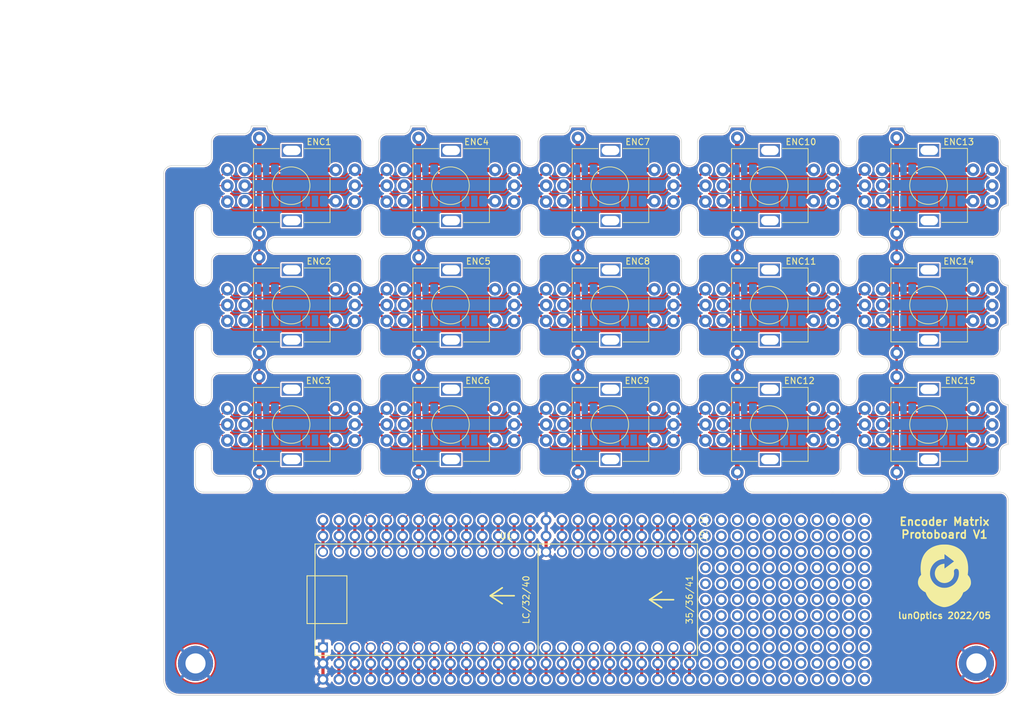
<source format=kicad_pcb>
(kicad_pcb (version 20211014) (generator pcbnew)
  (layers (0 "F.Cu" signal) (31 "B.Cu" signal) (34 "B.Paste" user) (35 "F.Paste" user) (36 "B.SilkS" user "B.Silkscreen") (37 "F.SilkS" user "F.Silkscreen") (38 "B.Mask" user) (39 "F.Mask" user) (44 "Edge.Cuts" user))
  (net 0 "")
  (net 1 "Net-(ENC1-PadA2)")
  (net 2 "Net-(ENC1-PadB2)")
  (net 4 "Net-(ENC1-PadC2)")
  (net 5 "Net-(ENC1-PadS2)")
  (net 6 "Net-(ENC5-PadA2)")
  (net 7 "Net-(ENC2-PadC2)")
  (net 8 "Net-(ENC5-PadB2)")
  (net 9 "Net-(ENC3-PadA2)")
  (net 10 "Net-(ENC3-PadB2)")
  (net 11 "Net-(ENC3-PadS2)")
  (net 13 "Net-(ENC4-PadC2)")
  (net 14 "Net-(ENC6-PadA2)")
  (net 15 "Net-(ENC6-PadB2)")
  (net 16 "Net-(ENC5-PadC2)")
  (net 17 "Net-(ENC6-PadS2)")
  (net 18 "Net-(ENC11-PadA2)")
  (net 19 "Net-(ENC11-PadB2)")
  (net 20 "Net-(ENC11-PadC2)")
  (net 21 "Net-(ENC11-PadS2)")
  (net 22 "Net-(ENC5-PadS2)")
  (net 23 "/C1")
  (net 25 "Net-(ENC13-PadC2)")
  (net 26 "Net-(ENC7-PadC2)")
  (net 27 "Net-(ENC14-PadC2)")
  (net 28 "/SR0")
  (net 29 "/BR0")
  (net 30 "/AR0")
  (net 31 "/AR1")
  (net 32 "/BR1")
  (net 33 "/SR1")
  (net 34 "/AR3")
  (net 35 "/BR3")
  (net 36 "/SR3")
  (net 37 "Net-(ENC11-PadA1)")
  (net 38 "Net-(ENC2-PadS2)")
  (net 39 "Net-(ENC2-PadB2)")
  (net 40 "Net-(ENC2-PadA2)")
  (net 41 "Net-(ENC4-PadA2)")
  (net 42 "Net-(ENC4-PadB2)")
  (net 43 "Net-(ENC4-PadS2)")
  (net 44 "Net-(ENC11-PadB1)")
  (net 45 "Net-(ENC8-PadC2)")
  (net 46 "Net-(ENC11-PadS1)")
  (net 47 "Net-(ENC12-PadA1)")
  (net 48 "Net-(ENC12-PadB1)")
  (net 49 "/C2")
  (net 50 "Net-(ENC12-PadS1)")
  (net 51 "Net-(ENC10-PadA2)")
  (net 52 "Net-(ENC10-PadB2)")
  (net 54 "Net-(ENC10-PadS2)")
  (net 55 "/C3")
  (net 56 "Net-(ENC10-PadA1)")
  (net 57 "Net-(ENC10-PadB1)")
  (net 59 "Net-(ENC10-PadS1)")
  (net 62 "Net-(ENC10-PadC2)")
  (net 64 "Net-(ENC12-PadA2)")
  (net 65 "Net-(ENC12-PadB2)")
  (net 66 "Net-(ENC12-PadS2)")
  (net 72 "/C4")
  (net 74 "GND")
  (net 75 "/C0")
  (net 76 "Net-(J1-Pad1)")
  (net 77 "Net-(J1-Pad2)")
  (net 78 "Net-(J1-Pad3)")
  (net 79 "Net-(J1-Pad4)")
  (net 80 "Net-(J1-Pad5)")
  (net 81 "Net-(J1-Pad6)")
  (net 82 "Net-(J1-Pad7)")
  (net 83 "Net-(J1-Pad8)")
  (net 84 "Net-(J1-Pad9)")
  (net 85 "Net-(J1-Pad11)")
  (net 86 "Net-(J1-Pad12)")
  (net 87 "Net-(J1-Pad13)")
  (net 88 "Net-(J1-Pad14)")
  (net 89 "Net-(J1-Pad15)")
  (net 90 "Net-(J1-Pad16)")
  (net 91 "Net-(J1-Pad22)")
  (net 92 "Net-(J1-Pad23)")
  (net 93 "Net-(J1-Pad24)")
  (net 94 "Net-(J3-Pad2)")
  (net 95 "Net-(J3-Pad3)")
  (net 96 "Net-(J3-Pad13)")
  (net 97 "Net-(J3-Pad14)")
  (net 98 "Net-(J3-Pad15)")
  (net 99 "Net-(J3-Pad16)")
  (net 100 "Net-(J3-Pad17)")
  (net 101 "Net-(J3-Pad18)")
  (net 102 "Net-(J3-Pad19)")
  (net 103 "Net-(J3-Pad20)")
  (net 104 "Net-(J3-Pad21)")
  (net 105 "Net-(J3-Pad22)")
  (net 106 "Net-(J3-Pad23)")
  (net 107 "Net-(J3-Pad24)")
  (footprint "Encoder:MatrixEncoder EC11" (layer "F.Cu") (at -596.9 -114.3)
    (fp_text reference "ENC4")
    (fp_text value "RotaryEncoder_Switch_Matrix" hide)
  )
  (footprint "footprints:Proto_11" (layer "F.Cu") (at -548.64 -60.96)
    (fp_text reference "REF**" hide)
    (fp_text value "Proto_11" hide)
  )
  (footprint "Encoder:MatrixEncoder EC11" (layer "F.Cu") (at -546.1 -114.3)
    (fp_text reference "ENC10")
    (fp_text value "RotaryEncoder_Switch_Matrix" hide)
  )
  (footprint "footprints:Proto_11" (layer "F.Cu") (at -541.02 -60.96)
    (fp_text reference "REF**" hide)
    (fp_text value "Proto_11" hide)
  )
  (footprint "MountingHole:MountingHole_3.2mm_M3_DIN965_Pad_TopBottom" (layer "F.Cu") (at -637.54 -38.1)
    (fp_text reference "REF**" hide)
    (fp_text value "MountingHole_3.2mm_M3_DIN965_Pad_TopBottom" hide)
  )
  (footprint "footprints:Proto_11" (layer "F.Cu") (at -556.26 -60.96)
    (fp_text reference "REF**" hide)
    (fp_text value "Proto_11" hide)
  )
  (footprint "Encoder:MatrixEncoder EC11" (layer "F.Cu") (at -571.5 -114.3)
    (fp_text reference "ENC7")
    (fp_text value "RotaryEncoder_Switch_Matrix" hide)
  )
  (footprint "footprints:PinHeader_1x24_P2.54mm_Vertical" (layer "F.Cu") (at -558.8 -58.42 -90)
    (fp_text reference "J2")
    (fp_text value "Conn_01x24" hide)
  )
  (footprint "footprints:Proto_11" (layer "F.Cu") (at -533.4 -60.96)
    (fp_text reference "REF**" hide)
    (fp_text value "Proto_11" hide)
  )
  (footprint "Encoder:MatrixEncoder EC11" (layer "F.Cu") (at -622.3 -114.3)
    (fp_text reference "ENC1")
    (fp_text value "RotaryEncoder_Switch_Matrix" hide)
  )
  (footprint "footprints:Proto_11" (layer "F.Cu") (at -535.94 -60.96)
    (fp_text reference "REF**" hide)
    (fp_text value "Proto_11" hide)
  )
  (footprint "Encoder:MatrixEncoder EC11" (layer "F.Cu") (at -520.7 -76.2)
    (fp_text reference "ENC15")
    (fp_text value "RotaryEncoder_Switch_Matrix" hide)
  )
  (footprint "footprints:Proto_11" (layer "F.Cu") (at -551.18 -60.96)
    (fp_text reference "REF**" hide)
    (fp_text value "Proto_11" hide)
  )
  (footprint "Encoder:MatrixEncoder EC11" (layer "F.Cu") (at -571.5 -95.25)
    (fp_text reference "ENC8")
    (fp_text value "RotaryEncoder_Switch_Matrix" hide)
  )
  (footprint "footprints:Proto_11" (layer "F.Cu") (at -553.72 -60.96)
    (fp_text reference "REF**" hide)
    (fp_text value "Proto_11" hide)
  )
  (footprint "Encoder:MatrixEncoder EC11" (layer "F.Cu") (at -596.9 -76.2)
    (fp_text reference "ENC6")
    (fp_text value "RotaryEncoder_Switch_Matrix" hide)
  )
  (footprint "Encoder:MatrixEncoder EC11" (layer "F.Cu") (at -520.7 -95.25)
    (fp_text reference "ENC14")
    (fp_text value "RotaryEncoder_Switch_Matrix" hide)
  )
  (footprint "MountingHole:MountingHole_3.2mm_M3_DIN965_Pad_TopBottom" (layer "F.Cu") (at -513.08 -38.1)
    (fp_text reference "REF**" hide)
    (fp_text value "MountingHole_3.2mm_M3_DIN965_Pad_TopBottom" hide)
  )
  (footprint "Encoder:MatrixEncoder EC11" (layer "F.Cu") (at -596.9 -95.25)
    (fp_text reference "ENC5")
    (fp_text value "RotaryEncoder_Switch_Matrix" hide)
  )
  (footprint "Encoder:MatrixEncoder EC11" (layer "F.Cu") (at -520.7 -114.31999)
    (fp_text reference "ENC13")
    (fp_text value "RotaryEncoder_Switch_Matrix" hide)
  )
  (footprint "Encoder:MatrixEncoder EC11" (layer "F.Cu") (at -571.5 -76.2)
    (fp_text reference "ENC9")
    (fp_text value "RotaryEncoder_Switch_Matrix" hide)
  )
  (footprint "Logo:logo10mm" (layer "F.Cu") (at -518.16 -52.07)
    (fp_text reference "G***" hide)
    (fp_text value "LOGO" hide)
  )
  (footprint "Encoder:MatrixEncoder EC11" (layer "F.Cu") (at -546.1 -76.2)
    (fp_text reference "ENC12")
    (fp_text value "RotaryEncoder_Switch_Matrix" hide)
  )
  (footprint "Encoder:MatrixEncoder EC11" (layer "F.Cu") (at -546.1 -95.25)
    (fp_text reference "ENC11")
    (fp_text value "RotaryEncoder_Switch_Matrix" hide)
  )
  (footprint "footprints:Proto_11" (layer "F.Cu") (at -530.86 -60.96)
    (fp_text reference "REF**" hide)
    (fp_text value "Proto_11" hide)
  )
  (footprint "footprints:PinHeader_1x24_P2.54mm_Vertical" (layer "F.Cu") (at -558.8 -60.96 -90)
    (fp_text reference "J1")
    (fp_text value "Conn_01x24" hide)
  )
  (footprint "Encoder:MatrixEncoder EC11" (layer "F.Cu") (at -622.3 -95.25)
    (fp_text reference "ENC2")
    (fp_text value "RotaryEncoder_Switch_Matrix" hide)
  )
  (footprint "teensy:Teensy41" (layer "F.Cu") (at -588.01 -48.26)
    (fp_text reference "U1")
    (fp_text value "Teensy4.1" hide)
  )
  (footprint "footprints:PinHeader_1x24_P2.54mm_Vertical" (layer "F.Cu") (at -617.22 -38.1 90)
    (fp_text reference "J3" hide)
    (fp_text value "Conn_01x24" hide)
  )
  (footprint "footprints:Proto_11" (layer "F.Cu") (at -538.48 -60.96)
    (fp_text reference "REF**" hide)
    (fp_text value "Proto_11" hide)
  )
  (footprint "Encoder:MatrixEncoder EC11" (layer "F.Cu") (at -622.3 -76.2)
    (fp_text reference "ENC3")
    (fp_text value "RotaryEncoder_Switch_Matrix" hide)
  )
  (footprint "footprints:PinHeader_1x24_P2.54mm_Vertical" (layer "F.Cu") (at -617.22 -35.56 90)
    (fp_text reference "J4" hide)
    (fp_text value "Conn_01x24" hide)
  )
  (footprint "footprints:Proto_11" (layer "F.Cu") (at -546.1 -60.96)
    (fp_text reference "REF**" hide)
    (fp_text value "Proto_11" hide)
  )
  (footprint "footprints:Proto_11" (layer "F.Cu") (at -543.56 -60.96)
    (fp_text reference "REF**" hide)
    (fp_text value "Proto_11" hide)
  )
  (gr_line (start -563.245 -49.53) (end -565.15 -48.26) (layer "F.SilkS") (width 0.15))
  (gr_line (start -561.34 -48.26) (end -565.15 -48.26) (layer "F.SilkS") (width 0.254))
  (gr_line (start -590.55 -48.895) (end -588.645 -47.625) (layer "F.SilkS") (width 0.254))
  (gr_line (start -565.15 -48.26) (end -563.245 -46.99) (layer "F.SilkS") (width 0.254))
  (gr_line (start -582.93 -57.15) (end -582.93 -39.37) (layer "F.SilkS") (width 0.15))
  (gr_line (start -565.15 -48.26) (end -563.245 -49.53) (layer "F.SilkS") (width 0.254))
  (gr_line (start -590.55 -48.895) (end -588.645 -50.165) (layer "F.SilkS") (width 0.254))
  (gr_line (start -586.74 -48.895) (end -590.55 -48.895) (layer "F.SilkS") (width 0.254))
  (gr_line (start -588.645 -50.165) (end -590.55 -48.895) (layer "F.SilkS") (width 0.15))
  (gr_line (start -508 -79.375) (end -508 -73.025) (layer "Edge.Cuts") (width 0.1))
  (gr_line (start -619.125 -103.505) (end -612.14 -103.505) (layer "Edge.Cuts") (width 0.1))
  (gr_arc (start -599.44 -122.555) (mid -600.338026 -122.926974) (end -600.71 -123.825) (layer "Edge.Cuts") (width 0.1))
  (gr_arc (start -635 -99.695) (mid -635.371974 -98.796974) (end -636.27 -98.425) (layer "Edge.Cuts") (width 0.1))
  (gr_arc (start -604.52 -106.045) (mid -603.25 -104.775) (end -604.52 -103.505) (layer "Edge.Cuts") (width 0.1))
  (gr_arc (start -636.27 -111.125) (mid -635.371974 -110.753026) (end -635 -109.855) (layer "Edge.Cuts") (width 0.1))
  (gr_line (start -635 -83.185) (end -635 -80.645) (layer "Edge.Cuts") (width 0.1))
  (gr_arc (start -610.87 -71.755) (mid -609.6 -73.025) (end -608.33 -71.755) (layer "Edge.Cuts") (width 0.1))
  (gr_line (start -586.74 -106.045) (end -599.44 -106.045) (layer "Edge.Cuts") (width 0.1))
  (gr_line (start -577.85 -123.825) (end -575.31 -123.825) (layer "Edge.Cuts") (width 0.1))
  (gr_arc (start -535.94 -122.555) (mid -535.041974 -122.183026) (end -534.67 -121.285) (layer "Edge.Cuts") (width 0.1))
  (gr_line (start -593.725 -65.405) (end -586.74 -65.405) (layer "Edge.Cuts") (width 0.1))
  (gr_line (start -635 -107.315) (end -635 -109.855) (layer "Edge.Cuts") (width 0.1))
  (gr_line (start -528.955 -103.505) (end -528.32 -103.505) (layer "Edge.Cuts") (width 0.1))
  (gr_line (start -532.13 -83.185) (end -532.13 -80.645) (layer "Edge.Cuts") (width 0.1))
  (gr_line (start -532.13 -107.315) (end -532.13 -109.855) (layer "Edge.Cuts") (width 0.1))
  (gr_line (start -523.24 -67.945) (end -510.54 -67.945) (layer "Edge.Cuts") (width 0.1))
  (gr_arc (start -574.04 -103.505) (mid -575.31 -104.775) (end -574.04 -106.045) (layer "Edge.Cuts") (width 0.1))
  (gr_arc (start -535.94 -84.455) (mid -535.041974 -84.083026) (end -534.67 -83.185) (layer "Edge.Cuts") (width 0.1))
  (gr_line (start -593.725 -84.455) (end -599.44 -84.455) (layer "Edge.Cuts") (width 0.1))
  (gr_line (start -632.46 -122.555) (end -629.92 -122.555) (layer "Edge.Cuts") (width 0.1))
  (gr_line (start -579.755 -103.505) (end -579.12 -103.505) (layer "Edge.Cuts") (width 0.1))
  (gr_line (start -585.47 -83.185) (end -585.47 -80.645) (layer "Edge.Cuts") (width 0.1))
  (gr_line (start -528.32 -106.045) (end -530.86 -106.045) (layer "Edge.Cuts") (width 0.1))
  (gr_line (start -582.93 -102.235) (end -582.93 -99.695) (layer "Edge.Cuts") (width 0.1))
  (gr_line (start -548.64 -122.555) (end -535.94 -122.555) (layer "Edge.Cuts") (width 0.1))
  (gr_line (start -637.54 -90.805) (end -637.54 -80.645) (layer "Edge.Cuts") (width 0.1))
  (gr_arc (start -534.67 -69.215) (mid -535.041974 -68.316974) (end -535.94 -67.945) (layer "Edge.Cuts") (width 0.1))
  (gr_line (start -579.755 -65.405) (end -579.12 -65.405) (layer "Edge.Cuts") (width 0.1))
  (gr_arc (start -509.27 -109.855) (mid -508.898026 -110.753026) (end -508 -111.125) (layer "Edge.Cuts") (width 0.1))
  (gr_arc (start -582.93 -80.645) (mid -584.2 -79.375) (end -585.47 -80.645) (layer "Edge.Cuts") (width 0.1))
  (gr_arc (start -610.87 -69.215) (mid -611.241974 -68.316974) (end -612.14 -67.945) (layer "Edge.Cuts") (width 0.1))
  (gr_line (start -582.93 -88.265) (end -582.93 -90.805) (layer "Edge.Cuts") (width 0.1))
  (gr_line (start -636.27 -65.405) (end -629.92 -65.405) (layer "Edge.Cuts") (width 0.1))
  (gr_line (start -542.925 -103.505) (end -535.94 -103.505) (layer "Edge.Cuts") (width 0.1))
  (gr_line (start -607.06 -103.505) (end -605.155 -103.505) (layer "Edge.Cuts") (width 0.1))
  (gr_line (start -530.86 -122.555) (end -528.32 -122.555) (layer "Edge.Cuts") (width 0.1))
  (gr_arc (start -624.84 -103.505) (mid -626.11 -104.775) (end -624.84 -106.045) (layer "Edge.Cuts") (width 0.1))
  (gr_line (start -636.27 -117.475) (end -641.35 -117.475) (layer "Edge.Cuts") (width 0.1))
  (gr_arc (start -633.73 -106.045) (mid -634.628026 -106.416974) (end -635 -107.315) (layer "Edge.Cuts") (width 0.1))
  (gr_line (start -581.66 -122.555) (end -579.12 -122.555) (layer "Edge.Cuts") (width 0.1))
  (gr_arc (start -532.13 -99.695) (mid -533.4 -98.425) (end -534.67 -99.695) (layer "Edge.Cuts") (width 0.1))
  (gr_arc (start -534.67 -107.315) (mid -535.041974 -106.416974) (end -535.94 -106.045) (layer "Edge.Cuts") (width 0.1))
  (gr_arc (start -535.94 -103.505) (mid -535.041974 -103.133026) (end -534.67 -102.235) (layer "Edge.Cuts") (width 0.1))
  (gr_line (start -535.94 -106.045) (end -548.64 -106.045) (layer "Edge.Cuts") (width 0.1))
  (gr_line (start -509.27 -107.315) (end -509.27 -109.855) (layer "Edge.Cuts") (width 0.1))
  (gr_line (start -579.12 -86.995) (end -581.66 -86.995) (layer "Edge.Cuts") (width 0.1))
  (gr_arc (start -532.13 -83.185) (mid -531.758026 -84.083026) (end -530.86 -84.455) (layer "Edge.Cuts") (width 0.1))
  (gr_arc (start -530.86 -67.945) (mid -531.758026 -68.316974) (end -532.13 -69.215) (layer "Edge.Cuts") (width 0.1))
  (gr_arc (start -636.27 -79.375) (mid -637.168026 -79.746974) (end -637.54 -80.645) (layer "Edge.Cuts") (width 0.1))
  (gr_line (start -528.32 -67.945) (end -530.86 -67.945) (layer "Edge.Cuts") (width 0.1))
  (gr_arc (start -553.72 -67.945) (mid -552.45 -66.675) (end -553.72 -65.405) (layer "Edge.Cuts") (width 0.1))
  (gr_arc (start -624.84 -65.405) (mid -626.11 -66.675) (end -624.84 -67.945) (layer "Edge.Cuts") (width 0.1))
  (gr_arc (start -635 -80.645) (mid -635.371974 -79.746974) (end -636.27 -79.375) (layer "Edge.Cuts") (width 0.1))
  (gr_line (start -528.955 -84.455) (end -528.32 -84.455) (layer "Edge.Cuts") (width 0.1))
  (gr_line (start -633.73 -67.945) (end -629.92 -67.945) (layer "Edge.Cuts") (width 0.1))
  (gr_arc (start -532.13 -80.645) (mid -533.4 -79.375) (end -534.67 -80.645) (layer "Edge.Cuts") (width 0.1))
  (gr_line (start -619.125 -65.405) (end -612.14 -65.405) (layer "Edge.Cuts") (width 0.1))
  (gr_arc (start -633.73 -67.945) (mid -634.628026 -68.316974) (end -635 -69.215) (layer "Edge.Cuts") (width 0.1))
  (gr_line (start -568.325 -103.505) (end -574.04 -103.505) (layer "Edge.Cuts") (width 0.1))
  (gr_arc (start -579.12 -106.045) (mid -577.85 -104.775) (end -579.12 -103.505) (layer "Edge.Cuts") (width 0.1))
  (gr_arc (start -581.66 -106.045) (mid -582.558026 -106.416974) (end -582.93 -107.315) (layer "Edge.Cuts") (width 0.1))
  (gr_line (start -599.44 -122.555) (end -586.74 -122.555) (layer "Edge.Cuts") (width 0.1))
  (gr_arc (start -624.84 -84.455) (mid -626.11 -85.725) (end -624.84 -86.995) (layer "Edge.Cuts") (width 0.1))
  (gr_line (start -560.07 -102.235) (end -560.07 -99.695) (layer "Edge.Cuts") (width 0.1))
  (gr_line (start -557.53 -69.215) (end -557.53 -71.755) (layer "Edge.Cuts") (width 0.1))
  (gr_arc (start -604.52 -67.945) (mid -603.25 -66.675) (end -604.52 -65.405) (layer "Edge.Cuts") (width 0.1))
  (gr_arc (start -582.93 -102.235) (mid -582.558026 -103.133026) (end -581.66 -103.505) (layer "Edge.Cuts") (width 0.1))
  (gr_arc (start -624.84 -122.555) (mid -625.738026 -122.926974) (end -626.11 -123.825) (layer "Edge.Cuts") (width 0.1))
  (gr_line (start -508 -64.135) (end -508 -35.56) (layer "Edge.Cuts") (width 0.1))
  (gr_arc (start -548.64 -103.505) (mid -549.91 -104.775) (end -548.64 -106.045) (layer "Edge.Cuts") (width 0.1))
  (gr_line (start -604.52 -67.945) (end -607.06 -67.945) (layer "Edge.Cuts") (width 0.1))
  (gr_line (start -585.47 -121.285) (end -585.47 -118.745) (layer "Edge.Cuts") (width 0.1))
  (gr_arc (start -636.27 -92.075) (mid -635.371974 -91.703026) (end -635 -90.805) (layer "Edge.Cuts") (width 0.1))
  (gr_line (start -534.67 -107.315) (end -534.67 -109.855) (layer "Edge.Cuts") (width 0.1))
  (gr_arc (start -608.33 -80.645) (mid -609.6 -79.375) (end -610.87 -80.645) (layer "Edge.Cuts") (width 0.1))
  (gr_line (start -593.725 -103.505) (end -599.44 -103.505) (layer "Edge.Cuts") (width 0.1))
  (gr_line (start -586.74 -65.405) (end -579.755 -65.405) (layer "Edge.Cuts") (width 0.1))
  (gr_arc (start -534.67 -88.265) (mid -535.041974 -87.366974) (end -535.94 -86.995) (layer "Edge.Cuts") (width 0.1))
  (gr_arc (start -635 -121.285) (mid -634.628026 -122.183026) (end -633.73 -122.555) (layer "Edge.Cuts") (width 0.1))
  (gr_line (start -509.27 -121.285) (end -509.27 -118.745) (layer "Edge.Cuts") (width 0.1))
  (gr_line (start -508 -117.475) (end -508 -111.125) (layer "Edge.Cuts") (width 0.1))
  (gr_line (start -635 -121.285) (end -635 -118.745) (layer "Edge.Cuts") (width 0.1))
  (gr_line (start -509.27 -88.265) (end -509.27 -90.805) (layer "Edge.Cuts") (width 0.1))
  (gr_arc (start -509.27 -71.755) (mid -508.898026 -72.653026) (end -508 -73.025) (layer "Edge.Cuts") (width 0.1))
  (gr_line (start -574.04 -122.555) (end -561.34 -122.555) (layer "Edge.Cuts") (width 0.1))
  (gr_line (start -635 -102.235) (end -635 -99.695) (layer "Edge.Cuts") (width 0.1))
  (gr_line (start -560.07 -121.285) (end -560.07 -118.745) (layer "Edge.Cuts") (width 0.1))
  (gr_line (start -542.925 -103.505) (end -548.64 -103.505) (layer "Edge.Cuts") (width 0.1))
  (gr_arc (start -528.32 -86.995) (mid -527.05 -85.725) (end -528.32 -84.455) (layer "Edge.Cuts") (width 0.1))
  (gr_line (start -579.755 -84.455) (end -579.12 -84.455) (layer "Edge.Cuts") (width 0.1))
  (gr_arc (start -585.47 -71.755) (mid -584.2 -73.025) (end -582.93 -71.755) (layer "Edge.Cuts") (width 0.1))
  (gr_arc (start -574.04 -84.455) (mid -575.31 -85.725) (end -574.04 -86.995) (layer "Edge.Cuts") (width 0.1))
  (gr_arc (start -608.33 -99.695) (mid -609.6 -98.425) (end -610.87 -99.695) (layer "Edge.Cuts") (width 0.1))
  (gr_arc (start -557.53 -99.695) (mid -558.8 -98.425) (end -560.07 -99.695) (layer "Edge.Cuts") (width 0.1))
  (gr_arc (start -629.92 -86.995) (mid -628.65 -85.725) (end -629.92 -84.455) (layer "Edge.Cuts") (width 0.1))
  (gr_line (start -553.72 -67.945) (end -556.26 -67.945) (layer "Edge.Cuts") (width 0.1))
  (gr_arc (start -509.27 -65.405) (mid -508.371974 -65.033026) (end -508 -64.135) (layer "Edge.Cuts") (width 0.1))
  (gr_arc (start -640.08 -33.02) (mid -641.876051 -33.763949) (end -642.62 -35.56) (layer "Edge.Cuts") (width 0.1))
  (gr_arc (start -508 -98.425) (mid -508.898026 -98.796974) (end -509.27 -99.695) (layer "Edge.Cuts") (width 0.1))
  (gr_line (start -586.74 -86.995) (end -599.44 -86.995) (layer "Edge.Cuts") (width 0.1))
  (gr_line (start -608.33 -88.265) (end -608.33 -90.805) (layer "Edge.Cuts") (width 0.1))
  (gr_line (start -561.34 -67.945) (end -574.04 -67.945) (layer "Edge.Cuts") (width 0.1))
  (gr_arc (start -508 -117.475) (mid -508.898026 -117.846974) (end -509.27 -118.745) (layer "Edge.Cuts") (width 0.1))
  (gr_line (start -608.33 -69.215) (end -608.33 -71.755) (layer "Edge.Cuts") (width 0.1))
  (gr_line (start -534.67 -121.285) (end -534.67 -118.745) (layer "Edge.Cuts") (width 0.1))
  (gr_line (start -568.325 -103.505) (end -561.34 -103.505) (layer "Edge.Cuts") (width 0.1))
  (gr_arc (start -510.54 -84.455) (mid -509.641974 -84.083026) (end -509.27 -83.185) (layer "Edge.Cuts") (width 0.1))
  (gr_line (start -561.34 -65.405) (end -554.355 -65.405) (layer "Edge.Cuts") (width 0.1))
  (gr_line (start -633.73 -86.995) (end -629.92 -86.995) (layer "Edge.Cuts") (width 0.1))
  (gr_line (start -509.27 -102.235) (end -509.27 -99.695) (layer "Edge.Cuts") (width 0.1))
  (gr_arc (start -560.07 -109.855) (mid -558.8 -111.125) (end -557.53 -109.855) (layer "Edge.Cuts") (width 0.1))
  (gr_line (start -560.07 -107.315) (end -560.07 -109.855) (layer "Edge.Cuts") (width 0.1))
  (gr_arc (start -556.26 -106.045) (mid -557.158026 -106.416974) (end -557.53 -107.315) (layer "Edge.Cuts") (width 0.1))
  (gr_line (start -607.06 -84.455) (end -605.155 -84.455) (layer "Edge.Cuts") (width 0.1))
  (gr_line (start -610.87 -88.265) (end -610.87 -90.805) (layer "Edge.Cuts") (width 0.1))
  (gr_arc (start -610.87 -109.855) (mid -609.6 -111.125) (end -608.33 -109.855) (layer "Edge.Cuts") (width 0.1))
  (gr_arc (start -582.93 -118.745) (mid -584.2 -117.475) (end -585.47 -118.745) (layer "Edge.Cuts") (width 0.1))
  (gr_arc (start -548.64 -122.555) (mid -549.538026 -122.926974) (end -549.91 -123.825) (layer "Edge.Cuts") (width 0.1))
  (gr_arc (start -532.13 -121.285) (mid -531.758026 -122.183026) (end -530.86 -122.555) (layer "Edge.Cuts") (width 0.1))
  (gr_arc (start -523.24 -122.555) (mid -524.138026 -122.926974) (end -524.51 -123.825) (layer "Edge.Cuts") (width 0.1))
  (gr_line (start -628.65 -123.825) (end -626.11 -123.825) (layer "Edge.Cuts") (width 0.1))
  (gr_line (start -557.53 -107.315) (end -557.53 -109.855) (layer "Edge.Cuts") (width 0.1))
  (gr_line (start -612.14 -65.405) (end -605.155 -65.405) (layer "Edge.Cuts") (width 0.1))
  (gr_line (start -556.26 -103.505) (end -554.355 -103.505) (layer "Edge.Cuts") (width 0.1))
  (gr_arc (start -560.07 -88.265) (mid -560.441974 -87.366974) (end -561.34 -86.995) (layer "Edge.Cuts") (width 0.1))
  (gr_arc (start -530.86 -86.995) (mid -531.758026 -87.366974) (end -532.13 -88.265) (layer "Edge.Cuts") (width 0.1))
  (gr_arc (start -607.06 -67.945) (mid -607.958026 -68.316974) (end -608.33 -69.215) (layer "Edge.Cuts") (width 0.1))
  (gr_line (start -535.94 -86.995) (end -548.64 -86.995) (layer "Edge.Cuts") (width 0.1))
  (gr_line (start -532.13 -88.265) (end -532.13 -90.805) (layer "Edge.Cuts") (width 0.1))
  (gr_arc (start -560.07 -90.805) (mid -558.8 -92.075) (end -557.53 -90.805) (layer "Edge.Cuts") (width 0.1))
  (gr_arc (start -560.07 -71.755) (mid -558.8 -73.025) (end -557.53 -71.755) (layer "Edge.Cuts") (width 0.1))
  (gr_arc (start -557.53 -121.285) (mid -557.158026 -122.183026) (end -556.26 -122.555) (layer "Edge.Cuts") (width 0.1))
  (gr_line (start -552.45 -123.825) (end -549.91 -123.825) (layer "Edge.Cuts") (width 0.1))
  (gr_arc (start -581.66 -86.995) (mid -582.558026 -87.366974) (end -582.93 -88.265) (layer "Edge.Cuts") (width 0.1))
  (gr_arc (start -509.27 -107.315) (mid -509.641974 -106.416974) (end -510.54 -106.045) (layer "Edge.Cuts") (width 0.1))
  (gr_arc (start -637.54 -109.855) (mid -637.168026 -110.753026) (end -636.27 -111.125) (layer "Edge.Cuts") (width 0.1))
  (gr_arc (start -523.24 -65.405) (mid -524.51 -66.675) (end -523.24 -67.945) (layer "Edge.Cuts") (width 0.1))
  (gr_line (start -560.07 -83.185) (end -560.07 -80.645) (layer "Edge.Cuts") (width 0.1))
  (gr_line (start -579.12 -67.945) (end -581.66 -67.945) (layer "Edge.Cuts") (width 0.1))
  (gr_arc (start -523.24 -84.455) (mid -524.51 -85.725) (end -523.24 -86.995) (layer "Edge.Cuts") (width 0.1))
  (gr_line (start -534.67 -102.235) (end -534.67 -99.695) (layer "Edge.Cuts") (width 0.1))
  (gr_line (start -528.955 -65.405) (end -528.32 -65.405) (layer "Edge.Cuts") (width 0.1))
  (gr_arc (start -557.53 -118.745) (mid -558.8 -117.475) (end -560.07 -118.745) (layer "Edge.Cuts") (width 0.1))
  (gr_line (start -554.355 -103.505) (end -553.72 -103.505) (layer "Edge.Cuts") (width 0.1))
  (gr_arc (start -610.87 -107.315) (mid -611.241974 -106.416974) (end -612.14 -106.045) (layer "Edge.Cuts") (width 0.1))
  (gr_line (start -593.725 -65.405) (end -599.44 -65.405) (layer "Edge.Cuts") (width 0.1))
  (gr_line (start -532.13 -102.235) (end -532.13 -99.695) (layer "Edge.Cuts") (width 0.1))
  (gr_line (start -527.05 -123.825) (end -524.51 -123.825) (layer "Edge.Cuts") (width 0.1))
  (gr_arc (start -510.54 -122.555) (mid -509.641974 -122.183026) (end -509.27 -121.285) (layer "Edge.Cuts") (width 0.1))
  (gr_line (start -535.94 -65.405) (end -528.955 -65.405) (layer "Edge.Cuts") (width 0.1))
  (gr_arc (start -508 -35.56) (mid -508.743949 -33.763949) (end -510.54 -33.02) (layer "Edge.Cuts") (width 0.1))
  (gr_line (start -553.72 -86.995) (end -556.26 -86.995) (layer "Edge.Cuts") (width 0.1))
  (gr_arc (start -585.47 -88.265) (mid -585.841974 -87.366974) (end -586.74 -86.995) (layer "Edge.Cuts") (width 0.1))
  (gr_line (start -530.86 -103.505) (end -528.955 -103.505) (layer "Edge.Cuts") (width 0.1))
  (gr_line (start -633.73 -122.555) (end -632.46 -122.555) (layer "Edge.Cuts") (width 0.1))
  (gr_line (start -542.925 -84.455) (end -535.94 -84.455) (layer "Edge.Cuts") (width 0.1))
  (gr_line (start -534.67 -88.265) (end -534.67 -90.805) (layer "Edge.Cuts") (width 0.1))
  (gr_arc (start -607.06 -86.995) (mid -607.958026 -87.366974) (end -608.33 -88.265) (layer "Edge.Cuts") (width 0.1))
  (gr_line (start -561.34 -106.045) (end -574.04 -106.045) (layer "Edge.Cuts") (width 0.1))
  (gr_arc (start -528.32 -106.045) (mid -527.05 -104.775) (end -528.32 -103.505) (layer "Edge.Cuts") (width 0.1))
  (gr_line (start -568.325 -65.405) (end -574.04 -65.405) (layer "Edge.Cuts") (width 0.1))
  (gr_arc (start -556.26 -86.995) (mid -557.158026 -87.366974) (end -557.53 -88.265) (layer "Edge.Cuts") (width 0.1))
  (gr_arc (start -509.27 -69.215) (mid -509.641974 -68.316974) (end -510.54 -67.945) (layer "Edge.Cuts") (width 0.1))
  (gr_arc (start -552.45 -123.825) (mid -552.821974 -122.926974) (end -553.72 -122.555) (layer "Edge.Cuts") (width 0.1))
  (gr_line (start -523.24 -106.045) (end -510.54 -106.045) (layer "Edge.Cuts") (width 0.1))
  (gr_line (start -640.08 -33.02) (end -510.54 -33.02) (layer "Edge.Cuts") (width 0.1))
  (gr_arc (start -599.44 -65.405) (mid -600.71 -66.675) (end -599.44 -67.945) (layer "Edge.Cuts") (width 0.1))
  (gr_arc (start -610.87 -88.265) (mid -611.241974 -87.366974) (end -612.14 -86.995) (layer "Edge.Cuts") (width 0.1))
  (gr_arc (start -548.64 -65.405) (mid -549.91 -66.675) (end -548.64 -67.945) (layer "Edge.Cuts") (width 0.1))
  (gr_line (start -581.66 -84.455) (end -579.755 -84.455) (layer "Edge.Cuts") (width 0.1))
  (gr_line (start -523.24 -86.995) (end -510.54 -86.995) (layer "Edge.Cuts") (width 0.1))
  (gr_arc (start -534.67 -90.805) (mid -533.4 -92.075) (end -532.13 -90.805) (layer "Edge.Cuts") (width 0.1))
  (gr_line (start -633.73 -106.045) (end -629.92 -106.045) (layer "Edge.Cuts") (width 0.1))
  (gr_arc (start -635 -102.235) (mid -634.628026 -103.133026) (end -633.73 -103.505) (layer "Edge.Cuts") (width 0.1))
  (gr_line (start -528.32 -86.995) (end -530.86 -86.995) (layer "Edge.Cuts") (width 0.1))
  (gr_line (start -561.34 -86.995) (end -574.04 -86.995) (layer "Edge.Cuts") (width 0.1))
  (gr_line (start -534.67 -69.215) (end -534.67 -71.755) (layer "Edge.Cuts") (width 0.1))
  (gr_arc (start -534.67 -109.855) (mid -533.4 -111.125) (end -532.13 -109.855) (layer "Edge.Cuts") (width 0.1))
  (gr_line (start -619.125 -103.505) (end -624.84 -103.505) (layer "Edge.Cuts") (width 0.1))
  (gr_line (start -542.925 -65.405) (end -535.94 -65.405) (layer "Edge.Cuts") (width 0.1))
  (gr_line (start -557.53 -88.265) (end -557.53 -90.805) (layer "Edge.Cuts") (width 0.1))
  (gr_line (start -633.73 -103.505) (end -629.92 -103.505) (layer "Edge.Cuts") (width 0.1))
  (gr_arc (start -527.05 -123.825) (mid -527.421974 -122.926974) (end -528.32 -122.555) (layer "Edge.Cuts") (width 0.1))
  (gr_line (start -556.26 -122.555) (end -553.72 -122.555) (layer "Edge.Cuts") (width 0.1))
  (gr_arc (start -548.64 -84.455) (mid -549.91 -85.725) (end -548.64 -86.995) (layer "Edge.Cuts") (width 0.1))
  (gr_line (start -523.24 -65.405) (end -509.27 -65.405) (layer "Edge.Cuts") (width 0.1))
  (gr_arc (start -612.14 -122.555) (mid -611.241974 -122.183026) (end -610.87 -121.285) (layer "Edge.Cuts") (width 0.1))
  (gr_arc (start -637.54 -90.805) (mid -637.168026 -91.703026) (end -636.27 -92.075) (layer "Edge.Cuts") (width 0.1))
  (gr_line (start -608.33 -102.235) (end -608.33 -99.695) (layer "Edge.Cuts") (width 0.1))
  (gr_arc (start -608.33 -102.235) (mid -607.958026 -103.133026) (end -607.06 -103.505) (layer "Edge.Cuts") (width 0.1))
  (gr_arc (start -534.67 -71.755) (mid -533.4 -73.025) (end -532.13 -71.755) (layer "Edge.Cuts") (width 0.1))
  (gr_line (start -532.13 -69.215) (end -532.13 -71.755) (layer "Edge.Cuts") (width 0.1))
  (gr_line (start -593.725 -103.505) (end -586.74 -103.505) (layer "Edge.Cuts") (width 0.1))
  (gr_line (start -612.14 -86.995) (end -624.84 -86.995) (layer "Edge.Cuts") (width 0.1))
  (gr_arc (start -628.65 -123.825) (mid -629.021974 -122.926974) (end -629.92 -122.555) (layer "Edge.Cuts") (width 0.1))
  (gr_arc (start -523.24 -103.505) (mid -524.51 -104.775) (end -523.24 -106.045) (layer "Edge.Cuts") (width 0.1))
  (gr_line (start -523.24 -122.555) (end -510.54 -122.555) (layer "Edge.Cuts") (width 0.1))
  (gr_line (start -582.93 -107.315) (end -582.93 -109.855) (layer "Edge.Cuts") (width 0.1))
  (gr_line (start -637.54 -109.855) (end -637.54 -99.695) (layer "Edge.Cuts") (width 0.1))
  (gr_line (start -610.87 -83.185) (end -610.87 -80.645) (layer "Edge.Cuts") (width 0.1))
  (gr_arc (start -612.14 -84.455) (mid -611.241974 -84.083026) (end -610.87 -83.185) (layer "Edge.Cuts") (width 0.1))
  (gr_line (start -585.47 -107.315) (end -585.47 -109.855) (layer "Edge.Cuts") (width 0.1))
  (gr_arc (start -528.32 -67.945) (mid -527.05 -66.675) (end -528.32 -65.405) (layer "Edge.Cuts") (width 0.1))
  (gr_arc (start -612.14 -103.505) (mid -611.241974 -103.133026) (end -610.87 -102.235) (layer "Edge.Cuts") (width 0.1))
  (gr_arc (start -509.27 -90.805) (mid -508.898026 -91.703026) (end -508 -92.075) (layer "Edge.Cuts") (width 0.1))
  (gr_line (start -610.87 -102.235) (end -610.87 -99.695) (layer "Edge.Cuts") (width 0.1))
  (gr_line (start -604.52 -86.995) (end -607.06 -86.995) (layer "Edge.Cuts") (width 0.1))
  (gr_arc (start -553.72 -106.045) (mid -552.45 -104.775) (end -553.72 -103.505) (layer "Edge.Cuts") (width 0.1))
  (gr_arc (start -508 -79.375) (mid -508.898026 -79.746974) (end -509.27 -80.645) (layer "Edge.Cuts") (width 0.1))
  (gr_arc (start -585.47 -107.315) (mid -585.841974 -106.416974) (end -586.74 -106.045) (layer "Edge.Cuts") (width 0.1))
  (gr_line (start -604.52 -106.045) (end -607.06 -106.045) (layer "Edge.Cuts") (width 0.1))
  (gr_arc (start -557.53 -102.235) (mid -557.158026 -103.133026) (end -556.26 -103.505) (layer "Edge.Cuts") (width 0.1))
  (gr_line (start -560.07 -69.215) (end -560.07 -71.755) (layer "Edge.Cuts") (width 0.1))
  (gr_line (start -542.925 -65.405) (end -548.64 -65.405) (layer "Edge.Cuts") (width 0.1))
  (gr_line (start -532.13 -121.285) (end -532.13 -118.745) (layer "Edge.Cuts") (width 0.1))
  (gr_line (start -535.94 -67.945) (end -548.64 -67.945) (layer "Edge.Cuts") (width 0.1))
  (gr_line (start -568.325 -84.455) (end -561.34 -84.455) (layer "Edge.Cuts") (width 0.1))
  (gr_arc (start -556.26 -67.945) (mid -557.158026 -68.316974) (end -557.53 -69.215) (layer "Edge.Cuts") (width 0.1))
  (gr_line (start -557.53 -102.235) (end -557.53 -99.695) (layer "Edge.Cuts") (width 0.1))
  (gr_line (start -586.74 -67.945) (end -599.44 -67.945) (layer "Edge.Cuts") (width 0.1))
  (gr_line (start -568.325 -84.455) (end -574.04 -84.455) (layer "Edge.Cuts") (width 0.1))
  (gr_arc (start -561.34 -122.555) (mid -560.441974 -122.183026) (end -560.07 -121.285) (layer "Edge.Cuts") (width 0.1))
  (gr_line (start -633.73 -84.455) (end -629.92 -84.455) (layer "Edge.Cuts") (width 0.1))
  (gr_line (start -619.125 -84.455) (end -612.14 -84.455) (layer "Edge.Cuts") (width 0.1))
  (gr_arc (start -532.13 -118.745) (mid -533.4 -117.475) (end -534.67 -118.745) (layer "Edge.Cuts") (width 0.1))
  (gr_line (start -605.155 -65.405) (end -604.52 -65.405) (layer "Edge.Cuts") (width 0.1))
  (gr_arc (start -608.33 -83.185) (mid -607.958026 -84.083026) (end -607.06 -84.455) (layer "Edge.Cuts") (width 0.1))
  (gr_line (start -610.87 -107.315) (end -610.87 -109.855) (layer "Edge.Cuts") (width 0.1))
  (gr_arc (start -532.13 -102.235) (mid -531.758026 -103.133026) (end -530.86 -103.505) (layer "Edge.Cuts") (width 0.1))
  (gr_line (start -530.86 -84.455) (end -528.955 -84.455) (layer "Edge.Cuts") (width 0.1))
  (gr_arc (start -530.86 -106.045) (mid -531.758026 -106.416974) (end -532.13 -107.315) (layer "Edge.Cuts") (width 0.1))
  (gr_arc (start -577.85 -123.825) (mid -578.221974 -122.926974) (end -579.12 -122.555) (layer "Edge.Cuts") (width 0.1))
  (gr_arc (start -561.34 -103.505) (mid -560.441974 -103.133026) (end -560.07 -102.235) (layer "Edge.Cuts") (width 0.1))
  (gr_arc (start -582.93 -83.185) (mid -582.558026 -84.083026) (end -581.66 -84.455) (layer "Edge.Cuts") (width 0.1))
  (gr_arc (start -585.47 -90.805) (mid -584.2 -92.075) (end -582.93 -90.805) (layer "Edge.Cuts") (width 0.1))
  (gr_line (start -509.27 -69.215) (end -509.27 -71.755) (layer "Edge.Cuts") (width 0.1))
  (gr_line (start -642.62 -116.205) (end -642.62 -35.56) (layer "Edge.Cuts") (width 0.1))
  (gr_line (start -557.53 -121.285) (end -557.53 -118.745) (layer "Edge.Cuts") (width 0.1))
  (gr_arc (start -581.66 -67.945) (mid -582.558026 -68.316974) (end -582.93 -69.215) (layer "Edge.Cuts") (width 0.1))
  (gr_arc (start -560.07 -107.315) (mid -560.441974 -106.416974) (end -561.34 -106.045) (layer "Edge.Cuts") (width 0.1))
  (gr_arc (start -582.93 -99.695) (mid -584.2 -98.425) (end -585.47 -99.695) (layer "Edge.Cuts") (width 0.1))
  (gr_line (start -560.07 -88.265) (end -560.07 -90.805) (layer "Edge.Cuts") (width 0.1))
  (gr_arc (start -561.34 -84.455) (mid -560.441974 -84.083026) (end -560.07 -83.185) (layer "Edge.Cuts") (width 0.1))
  (gr_line (start -619.125 -84.455) (end -624.84 -84.455) (layer "Edge.Cuts") (width 0.1))
  (gr_arc (start -586.74 -103.505) (mid -585.841974 -103.133026) (end -585.47 -102.235) (layer "Edge.Cuts") (width 0.1))
  (gr_arc (start -629.92 -106.045) (mid -628.65 -104.775) (end -629.92 -103.505) (layer "Edge.Cuts") (width 0.1))
  (gr_line (start -554.355 -65.405) (end -553.72 -65.405) (layer "Edge.Cuts") (width 0.1))
  (gr_arc (start -608.33 -118.745) (mid -609.6 -117.475) (end -610.87 -118.745) (layer "Edge.Cuts") (width 0.1))
  (gr_line (start -635 -88.265) (end -635 -90.805) (layer "Edge.Cuts") (width 0.1))
  (gr_arc (start -582.93 -121.285) (mid -582.558026 -122.183026) (end -581.66 -122.555) (layer "Edge.Cuts") (width 0.1))
  (gr_line (start -612.14 -67.945) (end -624.84 -67.945) (layer "Edge.Cuts") (width 0.1))
  (gr_line (start -605.155 -84.455) (end -604.52 -84.455) (layer "Edge.Cuts") (width 0.1))
  (gr_line (start -579.12 -106.045) (end -581.66 -106.045) (layer "Edge.Cuts") (width 0.1))
  (gr_arc (start -557.53 -83.185) (mid -557.158026 -84.083026) (end -556.26 -84.455) (layer "Edge.Cuts") (width 0.1))
  (gr_arc (start -585.47 -69.215) (mid -585.841974 -68.316974) (end -586.74 -67.945) (layer "Edge.Cuts") (width 0.1))
  (gr_arc (start -586.74 -84.455) (mid -585.841974 -84.083026) (end -585.47 -83.185) (layer "Edge.Cuts") (width 0.1))
  (gr_arc (start -510.54 -103.505) (mid -509.641974 -103.133026) (end -509.27 -102.235) (layer "Edge.Cuts") (width 0.1))
  (gr_arc (start -585.47 -109.855) (mid -584.2 -111.125) (end -582.93 -109.855) (layer "Edge.Cuts") (width 0.1))
  (gr_arc (start -629.92 -67.945) (mid -628.65 -66.675) (end -629.92 -65.405) (layer "Edge.Cuts") (width 0.1))
  (gr_arc (start -603.25 -123.825) (mid -603.621974 -122.926974) (end -604.52 -122.555) (layer "Edge.Cuts") (width 0.1))
  (gr_line (start -637.54 -71.755) (end -637.54 -66.675) (layer "Edge.Cuts") (width 0.1))
  (gr_line (start -605.155 -103.505) (end -604.52 -103.505) (layer "Edge.Cuts") (width 0.1))
  (gr_line (start -635 -69.215) (end -635 -71.755) (layer "Edge.Cuts") (width 0.1))
  (gr_arc (start -610.87 -90.805) (mid -609.6 -92.075) (end -608.33 -90.805) (layer "Edge.Cuts") (width 0.1))
  (gr_line (start -585.47 -88.265) (end -585.47 -90.805) (layer "Edge.Cuts") (width 0.1))
  (gr_line (start -582.93 -121.285) (end -582.93 -118.745) (layer "Edge.Cuts") (width 0.1))
  (gr_line (start -582.93 -83.185) (end -582.93 -80.645) (layer "Edge.Cuts") (width 0.1))
  (gr_line (start -582.93 -69.215) (end -582.93 -71.755) (layer "Edge.Cuts") (width 0.1))
  (gr_line (start -608.33 -107.315) (end -608.33 -109.855) (layer "Edge.Cuts") (width 0.1))
  (gr_line (start -610.87 -121.285) (end -610.87 -118.745) (layer "Edge.Cuts") (width 0.1))
  (gr_arc (start -636.27 -98.425) (mid -637.168026 -98.796974) (end -637.54 -99.695) (layer "Edge.Cuts") (width 0.1))
  (gr_arc (start -608.33 -121.285) (mid -607.958026 -122.183026) (end -607.06 -122.555) (layer "Edge.Cuts") (width 0.1))
  (gr_line (start -554.355 -84.455) (end -553.72 -84.455) (layer "Edge.Cuts") (width 0.1))
  (gr_line (start -581.66 -103.505) (end -579.755 -103.505) (layer "Edge.Cuts") (width 0.1))
  (gr_line (start -585.47 -102.235) (end -585.47 -99.695) (layer "Edge.Cuts") (width 0.1))
  (gr_line (start -608.33 -121.285) (end -608.33 -118.745) (layer "Edge.Cuts") (width 0.1))
  (gr_arc (start -599.44 -103.505) (mid -600.71 -104.775) (end -599.44 -106.045) (layer "Edge.Cuts") (width 0.1))
  (gr_line (start -607.06 -122.555) (end -604.52 -122.555) (layer "Edge.Cuts") (width 0.1))
  (gr_line (start -585.47 -69.215) (end -585.47 -71.755) (layer "Edge.Cuts") (width 0.1))
  (gr_arc (start -560.07 -69.215) (mid -560.441974 -68.316974) (end -561.34 -67.945) (layer "Edge.Cuts") (width 0.1))
  (gr_line (start -557.53 -83.185) (end -557.53 -80.645) (layer "Edge.Cuts") (width 0.1))
  (gr_line (start -509.27 -83.185) (end -509.27 -80.645) (layer "Edge.Cuts") (width 0.1))
  (gr_line (start -603.25 -123.825) (end -600.71 -123.825) (layer "Edge.Cuts") (width 0.1))
  (gr_arc (start -553.72 -86.995) (mid -552.45 -85.725) (end -553.72 -84.455) (layer "Edge.Cuts") (width 0.1))
  (gr_line (start -508 -98.425) (end -508 -92.075) (layer "Edge.Cuts") (width 0.1))
  (gr_line (start -542.925 -84.455) (end -548.64 -84.455) (layer "Edge.Cuts") (width 0.1))
  (gr_arc (start -642.62 -116.205) (mid -642.248026 -117.103026) (end -641.35 -117.475) (layer "Edge.Cuts") (width 0.1))
  (gr_line (start -593.725 -84.455) (end -586.74 -84.455) (layer "Edge.Cuts") (width 0.1))
  (gr_arc (start -635 -118.745) (mid -635.371974 -117.846974) (end -636.27 -117.475) (layer "Edge.Cuts") (width 0.1))
  (gr_line (start -624.84 -122.555) (end -612.14 -122.555) (layer "Edge.Cuts") (width 0.1))
  (gr_arc (start -579.12 -67.945) (mid -577.85 -66.675) (end -579.12 -65.405) (layer "Edge.Cuts") (width 0.1))
  (gr_arc (start -636.27 -65.405) (mid -637.168026 -65.776974) (end -637.54 -66.675) (layer "Edge.Cuts") (width 0.1))
  (gr_arc (start -574.04 -65.405) (mid -575.31 -66.675) (end -574.04 -67.945) (layer "Edge.Cuts") (width 0.1))
  (gr_line (start -608.33 -83.185) (end -608.33 -80.645) (layer "Edge.Cuts") (width 0.1))
  (gr_line (start -534.67 -83.185) (end -534.67 -80.645) (layer "Edge.Cuts") (width 0.1))
  (gr_arc (start -607.06 -106.045) (mid -607.958026 -106.416974) (end -608.33 -107.315) (layer "Edge.Cuts") (width 0.1))
  (gr_arc (start -637.54 -71.755) (mid -637.168026 -72.653026) (end -636.27 -73.025) (layer "Edge.Cuts") (width 0.1))
  (gr_arc (start -636.27 -73.025) (mid -635.371974 -72.653026) (end -635 -71.755) (layer "Edge.Cuts") (width 0.1))
  (gr_line (start -523.24 -84.455) (end -510.54 -84.455) (layer "Edge.Cuts") (width 0.1))
  (gr_arc (start -604.52 -86.995) (mid -603.25 -85.725) (end -604.52 -84.455) (layer "Edge.Cuts") (width 0.1))
  (gr_line (start -619.125 -65.405) (end -624.84 -65.405) (layer "Edge.Cuts") (width 0.1))
  (gr_arc (start -635 -83.185) (mid -634.628026 -84.083026) (end -633.73 -84.455) (layer "Edge.Cuts") (width 0.1))
  (gr_arc (start -574.04 -122.555) (mid -574.938026 -122.926974) (end -575.31 -123.825) (layer "Edge.Cuts") (width 0.1))
  (gr_arc (start -509.27 -88.265) (mid -509.641974 -87.366974) (end -510.54 -86.995) (layer "Edge.Cuts") (width 0.1))
  (gr_line (start -553.72 -106.045) (end -556.26 -106.045) (layer "Edge.Cuts") (width 0.1))
  (gr_arc (start -599.44 -84.455) (mid -600.71 -85.725) (end -599.44 -86.995) (layer "Edge.Cuts") (width 0.1))
  (gr_line (start -556.26 -84.455) (end -554.355 -84.455) (layer "Edge.Cuts") (width 0.1))
  (gr_arc (start -557.53 -80.645) (mid -558.8 -79.375) (end -560.07 -80.645) (layer "Edge.Cuts") (width 0.1))
  (gr_line (start -523.24 -103.505) (end -510.54 -103.505) (layer "Edge.Cuts") (width 0.1))
  (gr_arc (start -586.74 -122.555) (mid -585.841974 -122.183026) (end -585.47 -121.285) (layer "Edge.Cuts") (width 0.1))
  (gr_line (start -568.325 -65.405) (end -561.34 -65.405) (layer "Edge.Cuts") (width 0.1))
  (gr_line (start -612.14 -106.045) (end -624.84 -106.045) (layer "Edge.Cuts") (width 0.1))
  (gr_arc (start -633.73 -86.995) (mid -634.628026 -87.366974) (end -635 -88.265) (layer "Edge.Cuts") (width 0.1))
  (gr_line (start -610.87 -69.215) (end -610.87 -71.755) (layer "Edge.Cuts") (width 0.1))
  (gr_arc (start -579.12 -86.995) (mid -577.85 -85.725) (end -579.12 -84.455) (layer "Edge.Cuts") (width 0.1))
  (gr_text "Encoder Matrix\nProtoboard V1" (at -518.16 -59.69) (layer "F.SilkS") (effects (font (size 1.27 1.27) (thickness 0.254))))
  (gr_text "35/36/41" (at -558.8 -48.26 90) (layer "F.SilkS") (effects (font (size 1 1))))
  (gr_text "LC/32/40" (at -584.835 -48.26 90) (layer "F.SilkS") (effects (font (size 1 1))))
  (gr_text "lunOptics 2022/05" (at -518.16 -45.72) (layer "F.SilkS") (effects (font (size 1.016 1.016) (thickness 0.2032))))
  (segment (start -608.33 -115.57) (end -607.06 -116.84) (width 0.381) (layer "F.Cu") (net 1))
  (segment (start -610.87 -115.57) (end -608.33 -115.57) (width 0.381) (layer "F.Cu") (net 1))
  (segment (start -612.14 -116.84) (end -610.87 -115.57) (width 0.381) (layer "F.Cu") (net 1))
  (segment (start -612.14 -114.3) (end -607.06 -114.3) (width 0.381) (layer "F.Cu") (net 2))
  (segment (start -627.38 -106.68) (end -627.38 -101.6) (width 0.381) (layer "F.Cu") (net 4))
  (segment (start -610.87 -113.03) (end -608.33 -113.03) (width 0.381) (layer "F.Cu") (net 5))
  (segment (start -612.14 -111.76) (end -610.87 -113.03) (width 0.381) (layer "F.Cu") (net 5))
  (segment (start -608.33 -113.03) (end -607.06 -111.76) (width 0.381) (layer "F.Cu") (net 5))
  (segment (start -586.74 -97.79) (end -585.47 -96.52) (width 0.381) (layer "F.Cu") (net 6))
  (segment (start -582.93 -96.52) (end -581.66 -97.79) (width 0.381) (layer "F.Cu") (net 6))
  (segment (start -585.47 -96.52) (end -582.93 -96.52) (width 0.381) (layer "F.Cu") (net 6))
  (segment (start -627.38 -87.63) (end -627.38 -83.82) (width 0.381) (layer "F.Cu") (net 7))
  (segment (start -586.74 -95.25) (end -581.66 -95.25) (width 0.381) (layer "F.Cu") (net 8))
  (segment (start -610.87 -77.47) (end -608.33 -77.47) (width 0.381) (layer "F.Cu") (net 9))
  (segment (start -612.14 -78.74) (end -610.87 -77.47) (width 0.381) (layer "F.Cu") (net 9))
  (segment (start -608.33 -77.47) (end -607.06 -78.74) (width 0.381) (layer "F.Cu") (net 9))
  (segment (start -612.14 -76.2) (end -607.06 -76.2) (width 0.381) (layer "F.Cu") (net 10))
  (segment (start -608.33 -74.93) (end -607.06 -73.66) (width 0.381) (layer "F.Cu") (net 11))
  (segment (start -610.87 -74.93) (end -608.33 -74.93) (width 0.381) (layer "F.Cu") (net 11))
  (segment (start -612.14 -73.66) (end -610.87 -74.93) (width 0.381) (layer "F.Cu") (net 11))
  (segment (start -601.98 -106.68) (end -601.98 -101.6) (width 0.381) (layer "F.Cu") (net 13))
  (segment (start -585.47 -77.47) (end -582.93 -77.47) (width 0.381) (layer "F.Cu") (net 14))
  (segment (start -582.93 -77.47) (end -581.66 -78.74) (width 0.381) (layer "F.Cu") (net 14))
  (segment (start -586.74 -78.74) (end -585.47 -77.47) (width 0.381) (layer "F.Cu") (net 14))
  (segment (start -586.74 -76.2) (end -581.66 -76.2) (width 0.381) (layer "F.Cu") (net 15))
  (segment (start -601.98 -87.63) (end -601.98 -83.82) (width 0.381) (layer "F.Cu") (net 16))
  (segment (start -586.74 -73.66) (end -585.47 -74.93) (width 0.381) (layer "F.Cu") (net 17))
  (segment (start -582.93 -74.93) (end -581.66 -73.66) (width 0.381) (layer "F.Cu") (net 17))
  (segment (start -585.47 -74.93) (end -582.93 -74.93) (width 0.381) (layer "F.Cu") (net 17))
  (segment (start -534.67 -96.52) (end -532.13 -96.52) (width 0.381) (layer "F.Cu") (net 18))
  (segment (start -532.13 -96.52) (end -530.86 -97.79) (width 0.381) (layer "F.Cu") (net 18))
  (segment (start -535.94 -97.79) (end -534.67 -96.52) (width 0.381) (layer "F.Cu") (net 18))
  (segment (start -535.94 -95.25) (end -530.86 -95.25) (width 0.381) (layer "F.Cu") (net 19))
  (segment (start -551.18 -87.63) (end -551.18 -83.82) (width 0.381) (layer "F.Cu") (net 20))
  (segment (start -535.94 -92.71) (end -534.67 -93.98) (width 0.381) (layer "F.Cu") (net 21))
  (segment (start -534.67 -93.98) (end -532.13 -93.98) (width 0.381) (layer "F.Cu") (net 21))
  (segment (start -532.13 -93.98) (end -530.86 -92.71) (width 0.381) (layer "F.Cu") (net 21))
  (segment (start -586.74 -92.71) (end -585.47 -93.98) (width 0.381) (layer "F.Cu") (net 22))
  (segment (start -582.93 -93.98) (end -581.66 -92.71) (width 0.381) (layer "F.Cu") (net 22))
  (segment (start -585.47 -93.98) (end -582.93 -93.98) (width 0.381) (layer "F.Cu") (net 22))
  (segment (start -601.98 -66.04) (end -607.06 -60.96) (width 0.1524) (layer "F.Cu") (net 23))
  (segment (start -601.98 -68.58) (end -601.98 -66.04) (width 0.1524) (layer "F.Cu") (net 23))
  (segment (start -607.06 -60.96) (end -607.06 -55.88) (width 0.508) (layer "F.Cu") (net 23))
  (segment (start -525.78 -102.87) (end -525.78 -106.7) (width 0.381) (layer "F.Cu") (net 25))
  (segment (start -576.58 -106.68) (end -576.58 -101.6) (width 0.381) (layer "F.Cu") (net 26))
  (segment (start -525.78 -87.63) (end -525.78 -83.82) (width 0.381) (layer "F.Cu") (net 27))
  (segment (start -625.701445 -47.094534) (end -625.028912 -47.094535) (width 0.1524) (layer "F.Cu") (net 28))
  (segment (start -640.538178 -113.665) (end -640.538177 -61.931265) (width 0.1524) (layer "F.Cu") (net 28))
  (segment (start -632.46 -111.76) (end -634.365 -113.665) (width 0.1524) (layer "F.Cu") (net 28))
  (segment (start -625.028912 -47.094535) (end -610.883145 -47.094534) (width 0.1524) (layer "F.Cu") (net 28))
  (segment (start -604.52 -35.56) (end -604.52 -40.64) (width 0.508) (layer "F.Cu") (net 28))
  (segment (start -634.365 -113.665) (end -640.538178 -113.665) (width 0.1524) (layer "F.Cu") (net 28))
  (segment (start -610.883145 -47.094534) (end -604.480884 -40.692273) (width 0.1524) (layer "F.Cu") (net 28))
  (segment (start -640.538177 -61.931265) (end -625.701445 -47.094534) (width 0.1524) (layer "F.Cu") (net 28))
  (segment (start -613.017234 -46.688623) (end -607.020884 -40.692273) (width 0.1524) (layer "F.Cu") (net 29))
  (segment (start -640.715 -114.3) (end -640.944089 -114.070911) (width 0.1524) (layer "F.Cu") (net 29))
  (segment (start -632.46 -114.3) (end -640.715 -114.3) (width 0.1524) (layer "F.Cu") (net 29))
  (segment (start -640.944089 -61.763133) (end -625.869578 -46.688623) (width 0.1524) (layer "F.Cu") (net 29))
  (segment (start -625.869578 -46.688623) (end -625.197045 -46.688624) (width 0.1524) (layer "F.Cu") (net 29))
  (segment (start -607.06 -35.56) (end -607.06 -40.64) (width 0.508) (layer "F.Cu") (net 29))
  (segment (start -640.944089 -114.070911) (end -640.944089 -61.763133) (width 0.1524) (layer "F.Cu") (net 29))
  (segment (start -625.197045 -46.688624) (end -613.017234 -46.688623) (width 0.1524) (layer "F.Cu") (net 29))
  (segment (start -626.037713 -46.282713) (end -641.35 -61.595) (width 0.1524) (layer "F.Cu") (net 30))
  (segment (start -641.35 -61.595) (end -641.35 -114.3) (width 0.1524) (layer "F.Cu") (net 30))
  (segment (start -634.365 -114.935) (end -632.46 -116.84) (width 0.1524) (layer "F.Cu") (net 30))
  (segment (start -615.151324 -46.282713) (end -626.037713 -46.282713) (width 0.1524) (layer "F.Cu") (net 30))
  (segment (start -609.560884 -40.692273) (end -615.151324 -46.282713) (width 0.1524) (layer "F.Cu") (net 30))
  (segment (start -640.715 -114.935) (end -634.365 -114.935) (width 0.1524) (layer "F.Cu") (net 30))
  (segment (start -641.35 -114.3) (end -640.715 -114.935) (width 0.1524) (layer "F.Cu") (net 30))
  (segment (start -609.6 -35.56) (end -609.6 -40.64) (width 0.508) (layer "F.Cu") (net 30))
  (segment (start -624.860779 -47.500446) (end -608.749056 -47.500445) (width 0.1524) (layer "F.Cu") (net 31))
  (segment (start -601.98 -35.56) (end -601.98 -40.64) (width 0.508) (layer "F.Cu") (net 31))
  (segment (start -640.132267 -62.099399) (end -625.533312 -47.500445) (width 0.1524) (layer "F.Cu") (net 31))
  (segment (start -625.533312 -47.500445) (end -624.860779 -47.500446) (width 0.1524) (layer "F.Cu") (net 31))
  (segment (start -639.445 -95.885) (end -640.132267 -95.197733) (width 0.1524) (layer "F.Cu") (net 31))
  (segment (start -640.132267 -95.197733) (end -640.132267 -62.099399) (width 0.1524) (layer "F.Cu") (net 31))
  (segment (start -608.749056 -47.500445) (end -601.940884 -40.692273) (width 0.1524) (layer "F.Cu") (net 31))
  (segment (start -632.46 -97.79) (end -634.365 -95.885) (width 0.1524) (layer "F.Cu") (net 31))
  (segment (start -634.365 -95.885) (end -639.445 -95.885) (width 0.1524) (layer "F.Cu") (net 31))
  (segment (start -639.726356 -94.968644) (end -639.726355 -62.267531) (width 0.1524) (layer "F.Cu") (net 32))
  (segment (start -624.692646 -47.906357) (end -606.614967 -47.906356) (width 0.1524) (layer "F.Cu") (net 32))
  (segment (start -606.614967 -47.906356) (end -599.400884 -40.692273) (width 0.1524) (layer "F.Cu") (net 32))
  (segment (start -599.44 -35.56) (end -599.44 -40.64) (width 0.508) (layer "F.Cu") (net 32))
  (segment (start -625.365179 -47.906356) (end -624.692646 -47.906357) (width 0.1524) (layer "F.Cu") (net 32))
  (segment (start -632.46 -95.25) (end -639.445 -95.25) (width 0.1524) (layer "F.Cu") (net 32))
  (segment (start -639.445 -95.25) (end -639.726356 -94.968644) (width 0.1524) (layer "F.Cu") (net 32))
  (segment (start -639.726355 -62.267531) (end -625.365179 -47.906356) (width 0.1524) (layer "F.Cu") (net 32))
  (segment (start -604.480878 -48.312267) (end -596.860884 -40.692273) (width 0.1524) (layer "F.Cu") (net 33))
  (segment (start -639.320445 -62.435665) (end -625.197046 -48.312267) (width 0.1524) (layer "F.Cu") (net 33))
  (segment (start -596.9 -35.56) (end -596.9 -40.64) (width 0.508) (layer "F.Cu") (net 33))
  (segment (start -639.320445 -94.615) (end -639.320445 -62.435665) (width 0.1524) (layer "F.Cu") (net 33))
  (segment (start -634.365 -94.615) (end -639.320445 -94.615) (width 0.1524) (layer "F.Cu") (net 33))
  (segment (start -632.46 -92.71) (end -634.365 -94.615) (width 0.1524) (layer "F.Cu") (net 33))
  (segment (start -625.197046 -48.312267) (end -624.524513 -48.312268) (width 0.1524) (layer "F.Cu") (net 33))
  (segment (start -624.524513 -48.312268) (end -604.480878 -48.312267) (width 0.1524) (layer "F.Cu") (net 33))
  (segment (start -624.692647 -48.718179) (end -602.346789 -48.718178) (width 0.1524) (layer "F.Cu") (net 34))
  (segment (start -634.365 -76.835) (end -637.54 -76.835) (width 0.1524) (layer "F.Cu") (net 34))
  (segment (start -594.36 -35.56) (end -594.36 -40.64) (width 0.508) (layer "F.Cu") (net 34))
  (segment (start -602.346789 -48.718178) (end -594.320884 -40.692273) (width 0.1524) (layer "F.Cu") (net 34))
  (segment (start -638.914533 -62.603797) (end -625.028914 -48.718178) (width 0.1524) (layer "F.Cu") (net 34))
  (segment (start -625.028914 -48.718178) (end -624.692647 -48.718179) (width 0.1524) (layer "F.Cu") (net 34))
  (segment (start -638.914534 -75.460466) (end -638.914533 -62.603797) (width 0.1524) (layer "F.Cu") (net 34))
  (segment (start -632.46 -78.74) (end -634.365 -76.835) (width 0.1524) (layer "F.Cu") (net 34))
  (segment (start -637.54 -76.835) (end -638.914534 -75.460466) (width 0.1524) (layer "F.Cu") (net 34))
  (segment (start -632.46 -76.2) (end -637.54 -76.2) (width 0.1524) (layer "F.Cu") (net 35))
  (segment (start -591.82 -35.56) (end -591.82 -40.64) (width 0.508) (layer "F.Cu") (net 35))
  (segment (start -600.2127 -49.124089) (end -591.780884 -40.692273) (width 0.1524) (layer "F.Cu") (net 35))
  (segment (start -637.54 -76.2) (end -638.508623 -75.231377) (width 0.1524) (layer "F.Cu") (net 35))
  (segment (start -624.860781 -49.124089) (end -600.2127 -49.124089) (width 0.1524) (layer "F.Cu") (net 35))
  (segment (start -638.508623 -62.771931) (end -624.860781 -49.124089) (width 0.1524) (layer "F.Cu") (net 35))
  (segment (start -638.508623 -75.231377) (end -638.508623 -62.771931) (width 0.1524) (layer "F.Cu") (net 35))
  (segment (start -589.28 -35.56) (end -589.28 -40.64) (width 0.508) (layer "F.Cu") (net 36))
  (segment (start -589.240884 -40.692273) (end -598.078611 -49.53) (width 0.1524) (layer "F.Cu") (net 36))
  (segment (start -638.102712 -75.002288) (end -637.54 -75.565) (width 0.1524) (layer "F.Cu") (net 36))
  (segment (start -624.692648 -49.53) (end -638.102712 -62.940064) (width 0.1524) (layer "F.Cu") (net 36))
  (segment (start -598.078611 -49.53) (end -624.692648 -49.53) (width 0.1524) (layer "F.Cu") (net 36))
  (segment (start -634.365 -75.565) (end -632.46 -73.66) (width 0.1524) (layer "F.Cu") (net 36))
  (segment (start -637.54 -75.565) (end -634.365 -75.565) (width 0.1524) (layer "F.Cu") (net 36))
  (segment (start -638.102712 -62.940064) (end -638.102712 -75.002288) (width 0.1524) (layer "F.Cu") (net 36))
  (segment (start -561.34 -97.79) (end -560.07 -96.52) (width 0.381) (layer "F.Cu") (net 37))
  (segment (start -560.07 -96.52) (end -557.53 -96.52) (width 0.381) (layer "F.Cu") (net 37))
  (segment (start -557.53 -96.52) (end -556.26 -97.79) (width 0.381) (layer "F.Cu") (net 37))
  (segment (start -612.14 -92.71) (end -610.87 -93.98) (width 0.381) (layer "F.Cu") (net 38))
  (segment (start -608.33 -93.98) (end -607.06 -92.71) (width 0.381) (layer "F.Cu") (net 38))
  (segment (start -610.87 -93.98) (end -608.33 -93.98) (width 0.381) (layer "F.Cu") (net 38))
  (segment (start -612.14 -95.25) (end -607.06 -95.25) (width 0.381) (layer "F.Cu") (net 39))
  (segment (start -610.87 -96.52) (end -608.33 -96.52) (width 0.381) (layer "F.Cu") (net 40))
  (segment (start -608.33 -96.52) (end -607.06 -97.79) (width 0.381) (layer "F.Cu") (net 40))
  (segment (start -612.14 -97.79) (end -610.87 -96.52) (width 0.381) (layer "F.Cu") (net 40))
  (segment (start -585.47 -115.57) (end -582.93 -115.57) (width 0.381) (layer "F.Cu") (net 41))
  (segment (start -586.74 -116.84) (end -585.47 -115.57) (width 0.381) (layer "F.Cu") (net 41))
  (segment (start -582.93 -115.57) (end -581.66 -116.84) (width 0.381) (layer "F.Cu") (net 41))
  (segment (start -586.74 -114.3) (end -581.66 -114.3) (width 0.381) (layer "F.Cu") (net 42))
  (segment (start -586.74 -111.76) (end -585.47 -113.03) (width 0.381) (layer "F.Cu") (net 43))
  (segment (start -582.93 -113.03) (end -581.66 -111.76) (width 0.381) (layer "F.Cu") (net 43))
  (segment (start -585.47 -113.03) (end -582.93 -113.03) (width 0.381) (layer "F.Cu") (net 43))
  (segment (start -561.34 -95.25) (end -556.26 -95.25) (width 0.381) (layer "F.Cu") (net 44))
  (segment (start -576.58 -87.63) (end -576.58 -83.82) (width 0.381) (layer "F.Cu") (net 45))
  (segment (start -561.34 -92.71) (end -560.07 -93.98) (width 0.381) (layer "F.Cu") (net 46))
  (segment (start -560.07 -93.98) (end -557.53 -93.98) (width 0.381) (layer "F.Cu") (net 46))
  (segment (start -557.53 -93.98) (end -556.26 -92.71) (width 0.381) (layer "F.Cu") (net 46))
  (segment (start -560.07 -77.47) (end -557.53 -77.47) (width 0.381) (layer "F.Cu") (net 47))
  (segment (start -561.34 -78.74) (end -560.07 -77.47) (width 0.381) (layer "F.Cu") (net 47))
  (segment (start -557.53 -77.47) (end -556.26 -78.74) (width 0.381) (layer "F.Cu") (net 47))
  (segment (start -561.34 -76.2) (end -556.26 -76.2) (width 0.381) (layer "F.Cu") (net 48))
  (segment (start -604.52 -60.96) (end -604.52 -55.88) (width 0.508) (layer "F.Cu") (net 49))
  (segment (start -576.58 -64.77) (end -577.673179 -63.676821) (width 0.1524) (layer "F.Cu") (net 49))
  (segment (start -576.58 -68.58) (end -576.58 -64.77) (width 0.1524) (layer "F.Cu") (net 49))
  (segment (start -577.673179 -63.676821) (end -601.803179 -63.676821) (width 0.1524) (layer "F.Cu") (net 49))
  (segment (start -601.803179 -63.676821) (end -604.52 -60.96) (width 0.1524) (layer "F.Cu") (net 49))
  (segment (start -561.34 -73.66) (end -560.07 -74.93) (width 0.381) (layer "F.Cu") (net 50))
  (segment (start -560.07 -74.93) (end -557.53 -74.93) (width 0.381) (layer "F.Cu") (net 50))
  (segment (start -557.53 -74.93) (end -556.26 -73.66) (width 0.381) (layer "F.Cu") (net 50))
  (segment (start -532.13 -115.59) (end -530.86 -116.86) (width 0.381) (layer "F.Cu") (net 51))
  (segment (start -534.67 -115.57) (end -532.13 -115.57) (width 0.381) (layer "F.Cu") (net 51))
  (segment (start -535.94 -116.84) (end -534.67 -115.57) (width 0.381) (layer "F.Cu") (net 51))
  (segment (start -532.13 -115.57) (end -532.13 -115.59) (width 0.381) (layer "F.Cu") (net 51))
  (segment (start -530.88 -114.3) (end -530.86 -114.32) (width 0.381) (layer "F.Cu") (net 52))
  (segment (start -535.94 -114.3) (end -530.88 -114.3) (width 0.381) (layer "F.Cu") (net 52))
  (segment (start -532.11 -113.03) (end -530.86 -111.78) (width 0.381) (layer "F.Cu") (net 54))
  (segment (start -534.67 -113.03) (end -532.11 -113.03) (width 0.381) (layer "F.Cu") (net 54))
  (segment (start -535.94 -111.76) (end -534.67 -113.03) (width 0.381) (layer "F.Cu") (net 54))
  (segment (start -551.18 -64.77) (end -552.679089 -63.270911) (width 0.1524) (layer "F.Cu") (net 55))
  (segment (start -552.679089 -63.270911) (end -599.669089 -63.270911) (width 0.1524) (layer "F.Cu") (net 55))
  (segment (start -599.669089 -63.270911) (end -601.98 -60.96) (width 0.1524) (layer "F.Cu") (net 55))
  (segment (start -601.98 -60.96) (end -601.98 -55.88) (width 0.508) (layer "F.Cu") (net 55))
  (segment (start -551.18 -68.58) (end -551.18 -64.77) (width 0.1524) (layer "F.Cu") (net 55))
  (segment (start -560.07 -115.57) (end -557.53 -115.57) (width 0.381) (layer "F.Cu") (net 56))
  (segment (start -557.53 -115.57) (end -556.26 -116.84) (width 0.381) (layer "F.Cu") (net 56))
  (segment (start -561.34 -116.84) (end -560.07 -115.57) (width 0.381) (layer "F.Cu") (net 56))
  (segment (start -561.34 -114.3) (end -556.26 -114.3) (width 0.381) (layer "F.Cu") (net 57))
  (segment (start -561.34 -111.76) (end -560.07 -113.03) (width 0.381) (layer "F.Cu") (net 59))
  (segment (start -557.53 -113.03) (end -556.26 -111.76) (width 0.381) (layer "F.Cu") (net 59))
  (segment (start -560.07 -113.03) (end -557.53 -113.03) (width 0.381) (layer "F.Cu") (net 59))
  (segment (start -551.18 -106.68) (end -551.18 -101.6) (width 0.381) (layer "F.Cu") (net 62))
  (segment (start -534.67 -77.47) (end -532.13 -77.47) (width 0.381) (layer "F.Cu") (net 64))
  (segment (start -535.94 -78.74) (end -534.67 -77.47) (width 0.381) (layer "F.Cu") (net 64))
  (segment (start -532.13 -77.47) (end -530.86 -78.74) (width 0.381) (layer "F.Cu") (net 64))
  (segment (start -535.94 -76.2) (end -530.86 -76.2) (width 0.381) (layer "F.Cu") (net 65))
  (segment (start -532.13 -74.93) (end -530.86 -73.66) (width 0.381) (layer "F.Cu") (net 66))
  (segment (start -534.67 -74.93) (end -532.13 -74.93) (width 0.381) (layer "F.Cu") (net 66))
  (segment (start -535.94 -73.66) (end -534.67 -74.93) (width 0.381) (layer "F.Cu") (net 66))
  (segment (start -525.78 -64.77) (end -525.78 -68.58) (width 0.1524) (layer "F.Cu") (net 72))
  (segment (start -527.685 -62.865) (end -525.78 -64.77) (width 0.1524) (layer "F.Cu") (net 72))
  (segment (start -597.535 -62.865) (end -527.685 -62.865) (width 0.1524) (layer "F.Cu") (net 72))
  (segment (start -597.535 -62.865) (end -599.44 -60.96) (width 0.1524) (layer "F.Cu") (net 72))
  (segment (start -599.44 -60.96) (end -599.44 -55.88) (width 0.508) (layer "F.Cu") (net 72))
  (segment (start -617.22 -35.56) (end -617.22 -40.64) (width 0.508) (layer "F.Cu") (net 74))
  (segment (start -581.66 -60.96) (end -581.66 -55.88) (width 0.508) (layer "F.Cu") (net 74))
  (segment (start -609.6 -60.96) (end -609.6 -55.88) (width 0.508) (layer "F.Cu") (net 75))
  (segment (start -612.775 -64.135) (end -609.6 -60.96) (width 0.1524) (layer "F.Cu") (net 75))
  (segment (start -627.38 -65.405) (end -626.11 -64.135) (width 0.1524) (layer "F.Cu") (net 75))
  (segment (start -626.11 -64.135) (end -612.775 -64.135) (width 0.1524) (layer "F.Cu") (net 75))
  (segment (start -627.38 -68.58) (end -627.38 -65.405) (width 0.1524) (layer "F.Cu") (net 75))
  (segment (start -558.8 -60.96) (end -558.8 -55.88) (width 0.508) (layer "F.Cu") (net 76))
  (segment (start -561.34 -60.96) (end -561.34 -55.88) (width 0.508) (layer "F.Cu") (net 77))
  (segment (start -563.88 -60.96) (end -563.88 -55.88) (width 0.508) (layer "F.Cu") (net 78))
  (segment (start -566.42 -60.96) (end -566.42 -55.88) (width 0.508) (layer "F.Cu") (net 79))
  (segment (start -568.96 -60.96) (end -568.96 -55.88) (width 0.508) (layer "F.Cu") (net 80))
  (segment (start -571.5 -60.96) (end -571.5 -55.88) (width 0.508) (layer "F.Cu") (net 81))
  (segment (start -574.04 -60.96) (end -574.04 -55.88) (width 0.508) (layer "F.Cu") (net 82))
  (segment (start -576.58 -60.96) (end -576.58 -55.88) (width 0.508) (layer "F.Cu") (net 83))
  (segment (start -579.12 -60.96) (end -579.12 -55.88) (width 0.508) (layer "F.Cu") (net 84))
  (segment (start -584.2 -60.96) (end -584.2 -55.88) (width 0.508) (layer "F.Cu") (net 85))
  (segment (start -586.74 -60.96) (end -586.74 -55.88) (width 0.508) (layer "F.Cu") (net 86))
  (segment (start -589.28 -60.96) (end -589.28 -55.88) (width 0.508) (layer "F.Cu") (net 87))
  (segment (start -591.82 -60.96) (end -591.82 -55.88) (width 0.508) (layer "F.Cu") (net 88))
  (segment (start -594.36 -60.96) (end -594.36 -55.88) (width 0.508) (layer "F.Cu") (net 89))
  (segment (start -596.9 -60.96) (end -596.9 -55.88) (width 0.508) (layer "F.Cu") (net 90))
  (segment (start -612.14 -60.96) (end -612.14 -55.88) (width 0.508) (layer "F.Cu") (net 91))
  (segment (start -614.68 -60.96) (end -614.68 -55.88) (width 0.508) (layer "F.Cu") (net 92))
  (segment (start -617.22 -60.96) (end -617.22 -55.88) (width 0.508) (layer "F.Cu") (net 93))
  (segment (start -614.68 -35.56) (end -614.68 -40.64) (width 0.508) (layer "F.Cu") (net 94))
  (segment (start -612.14 -35.56) (end -612.14 -40.64) (width 0.508) (layer "F.Cu") (net 95))
  (segment (start -586.74 -35.56) (end -586.74 -40.64) (width 0.508) (layer "F.Cu") (net 96))
  (segment (start -584.2 -35.56) (end -584.2 -40.64) (width 0.508) (layer "F.Cu") (net 97))
  (segment (start -581.66 -35.56) (end -581.66 -40.64) (width 0.508) (layer "F.Cu") (net 98))
  (segment (start -579.12 -35.56) (end -579.12 -40.64) (width 0.508) (layer "F.Cu") (net 99))
  (segment (start -576.58 -35.56) (end -576.58 -40.64) (width 0.508) (layer "F.Cu") (net 100))
  (segment (start -574.04 -35.56) (end -574.04 -40.64) (width 0.508) (layer "F.Cu") (net 101))
  (segment (start -571.5 -35.56) (end -571.5 -40.64) (width 0.508) (layer "F.Cu") (net 102))
  (segment (start -568.96 -35.56) (end -568.96 -40.64) (width 0.508) (layer "F.Cu") (net 103))
  (segment (start -566.42 -35.56) (end -566.42 -40.64) (width 0.508) (layer "F.Cu") (net 104))
  (segment (start -563.88 -35.56) (end -563.88 -40.64) (width 0.508) (layer "F.Cu") (net 105))
  (segment (start -563.88 -40.64) (end -563.88 -40.005) (width 0.508) (layer "F.Cu") (net 105))
  (segment (start -561.34 -35.56) (end -561.34 -40.64) (width 0.508) (layer "F.Cu") (net 106))
  (segment (start -558.8 -35.56) (end -558.8 -40.64) (width 0.508) (layer "F.Cu") (net 107))
  (zone (net 74) (net_name "GND") (layers F&B.Cu) (connect_pads (clearance 0.254)) (min_thickness 0.254) (fill yes (thermal_gap 0.508) (thermal_bridge_width 0.508) (island_removal_mode 1) (island_area_min 0))
    (polygon (pts (xy -505.46 -30.48) (xy -645.16 -30.48) (xy -645.16 -127) (xy -505.46 -127)))
  )
)
</source>
